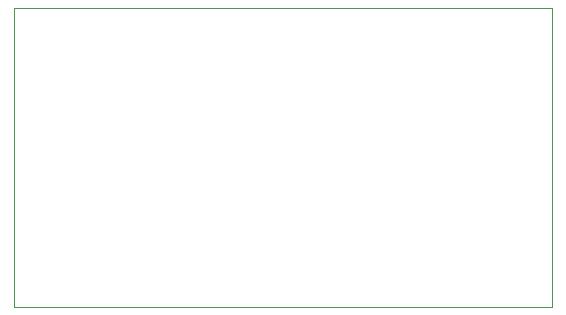
<source format=gbr>
%TF.GenerationSoftware,KiCad,Pcbnew,5.1.12-84ad8e8a86~92~ubuntu20.04.1*%
%TF.CreationDate,2022-05-26T23:51:37-05:00*%
%TF.ProjectId,electrovalves_module,656c6563-7472-46f7-9661-6c7665735f6d,rev?*%
%TF.SameCoordinates,Original*%
%TF.FileFunction,Profile,NP*%
%FSLAX46Y46*%
G04 Gerber Fmt 4.6, Leading zero omitted, Abs format (unit mm)*
G04 Created by KiCad (PCBNEW 5.1.12-84ad8e8a86~92~ubuntu20.04.1) date 2022-05-26 23:51:37*
%MOMM*%
%LPD*%
G01*
G04 APERTURE LIST*
%TA.AperFunction,Profile*%
%ADD10C,0.050000*%
%TD*%
G04 APERTURE END LIST*
D10*
X102793800Y-100279200D02*
X102793800Y-74930000D01*
X148361400Y-100279200D02*
X102793800Y-100279200D01*
X148361400Y-74930000D02*
X148361400Y-100279200D01*
X102793800Y-74930000D02*
X148361400Y-74930000D01*
M02*

</source>
